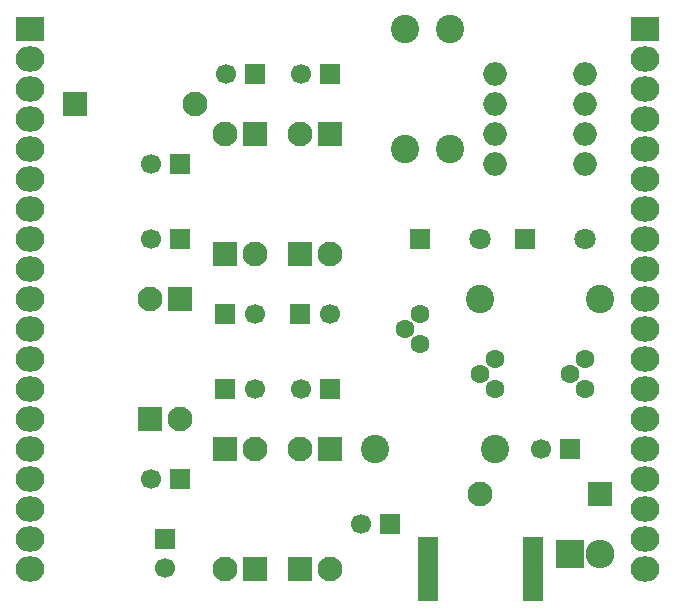
<source format=gbr>
G04 #@! TF.FileFunction,Soldermask,Bot*
%FSLAX46Y46*%
G04 Gerber Fmt 4.6, Leading zero omitted, Abs format (unit mm)*
G04 Created by KiCad (PCBNEW 4.0.3+e1-6302~38~ubuntu16.04.1-stable) date Thu Aug 25 17:13:56 2016*
%MOMM*%
%LPD*%
G01*
G04 APERTURE LIST*
%ADD10C,0.100000*%
%ADD11R,1.800000X1.800000*%
%ADD12C,1.800000*%
%ADD13C,2.099260*%
%ADD14R,2.099260X2.099260*%
%ADD15C,2.398980*%
%ADD16O,2.000000X2.000000*%
%ADD17R,1.700000X1.700000*%
%ADD18C,1.700000*%
%ADD19C,1.600000*%
%ADD20R,2.432000X2.432000*%
%ADD21O,2.432000X2.432000*%
%ADD22R,1.670000X5.480000*%
%ADD23R,2.432000X2.127200*%
%ADD24O,2.432000X2.127200*%
G04 APERTURE END LIST*
D10*
D11*
X115570000Y-53340000D03*
D12*
X120570000Y-53340000D03*
D11*
X106680000Y-53340000D03*
D12*
X111680000Y-53340000D03*
D13*
X111759480Y-74932540D03*
D14*
X121919480Y-74932540D03*
D13*
X99062540Y-81280520D03*
D14*
X99062540Y-71120520D03*
D13*
X96517460Y-71119480D03*
D14*
X96517460Y-81279480D03*
D13*
X99062540Y-54610520D03*
D14*
X99062540Y-44450520D03*
D13*
X96517460Y-44449480D03*
D14*
X96517460Y-54609480D03*
D13*
X90167460Y-44449480D03*
D14*
X90167460Y-54609480D03*
D13*
X92712540Y-54610520D03*
D14*
X92712540Y-44450520D03*
D13*
X92707460Y-71119480D03*
D14*
X92707460Y-81279480D03*
D13*
X90172540Y-81280520D03*
D14*
X90172540Y-71120520D03*
D13*
X86362540Y-68580520D03*
D14*
X86362540Y-58420520D03*
D13*
X83817460Y-58419480D03*
D14*
X83817460Y-68579480D03*
D13*
X87630520Y-41907460D03*
D14*
X77470520Y-41907460D03*
D15*
X105410000Y-35560000D03*
X105410000Y-45720000D03*
X109220000Y-35560000D03*
X109220000Y-45720000D03*
X111760000Y-58420000D03*
X121920000Y-58420000D03*
X113030000Y-71120000D03*
X102870000Y-71120000D03*
D16*
X113030000Y-39370000D03*
X113030000Y-41910000D03*
X113030000Y-44450000D03*
X113030000Y-46990000D03*
X120650000Y-46990000D03*
X120650000Y-44450000D03*
X120650000Y-41910000D03*
X120650000Y-39370000D03*
D17*
X86360000Y-46990000D03*
D18*
X83860000Y-46990000D03*
D17*
X86360000Y-53340000D03*
D18*
X83860000Y-53340000D03*
D17*
X86360000Y-73660000D03*
D18*
X83860000Y-73660000D03*
D17*
X85090000Y-78740000D03*
D18*
X85090000Y-81240000D03*
D17*
X90170000Y-66040000D03*
D18*
X92670000Y-66040000D03*
D17*
X90170000Y-59690000D03*
D18*
X92670000Y-59690000D03*
D17*
X92710000Y-39370000D03*
D18*
X90210000Y-39370000D03*
D17*
X99060000Y-39370000D03*
D18*
X96560000Y-39370000D03*
D17*
X96520000Y-59690000D03*
D18*
X99020000Y-59690000D03*
D17*
X99060000Y-66040000D03*
D18*
X96560000Y-66040000D03*
D17*
X104140000Y-77470000D03*
D18*
X101640000Y-77470000D03*
D17*
X119380000Y-71120000D03*
D18*
X116880000Y-71120000D03*
D19*
X106680000Y-59690000D03*
X105410000Y-60960000D03*
X106680000Y-62230000D03*
X120650000Y-63500000D03*
X119380000Y-64770000D03*
X120650000Y-66040000D03*
X113030000Y-63500000D03*
X111760000Y-64770000D03*
X113030000Y-66040000D03*
D20*
X119380000Y-80010000D03*
D21*
X121920000Y-80010000D03*
D22*
X107315000Y-81280000D03*
X116205000Y-81280000D03*
D23*
X125730000Y-35560000D03*
D24*
X125730000Y-38100000D03*
X125730000Y-40640000D03*
X125730000Y-43180000D03*
X125730000Y-45720000D03*
X125730000Y-48260000D03*
X125730000Y-50800000D03*
X125730000Y-53340000D03*
X125730000Y-55880000D03*
X125730000Y-58420000D03*
X125730000Y-60960000D03*
X125730000Y-63500000D03*
X125730000Y-66040000D03*
X125730000Y-68580000D03*
X125730000Y-71120000D03*
X125730000Y-73660000D03*
X125730000Y-76200000D03*
X125730000Y-78740000D03*
X125730000Y-81280000D03*
D23*
X73660000Y-35560000D03*
D24*
X73660000Y-38100000D03*
X73660000Y-40640000D03*
X73660000Y-43180000D03*
X73660000Y-45720000D03*
X73660000Y-48260000D03*
X73660000Y-50800000D03*
X73660000Y-53340000D03*
X73660000Y-55880000D03*
X73660000Y-58420000D03*
X73660000Y-60960000D03*
X73660000Y-63500000D03*
X73660000Y-66040000D03*
X73660000Y-68580000D03*
X73660000Y-71120000D03*
X73660000Y-73660000D03*
X73660000Y-76200000D03*
X73660000Y-78740000D03*
X73660000Y-81280000D03*
M02*

</source>
